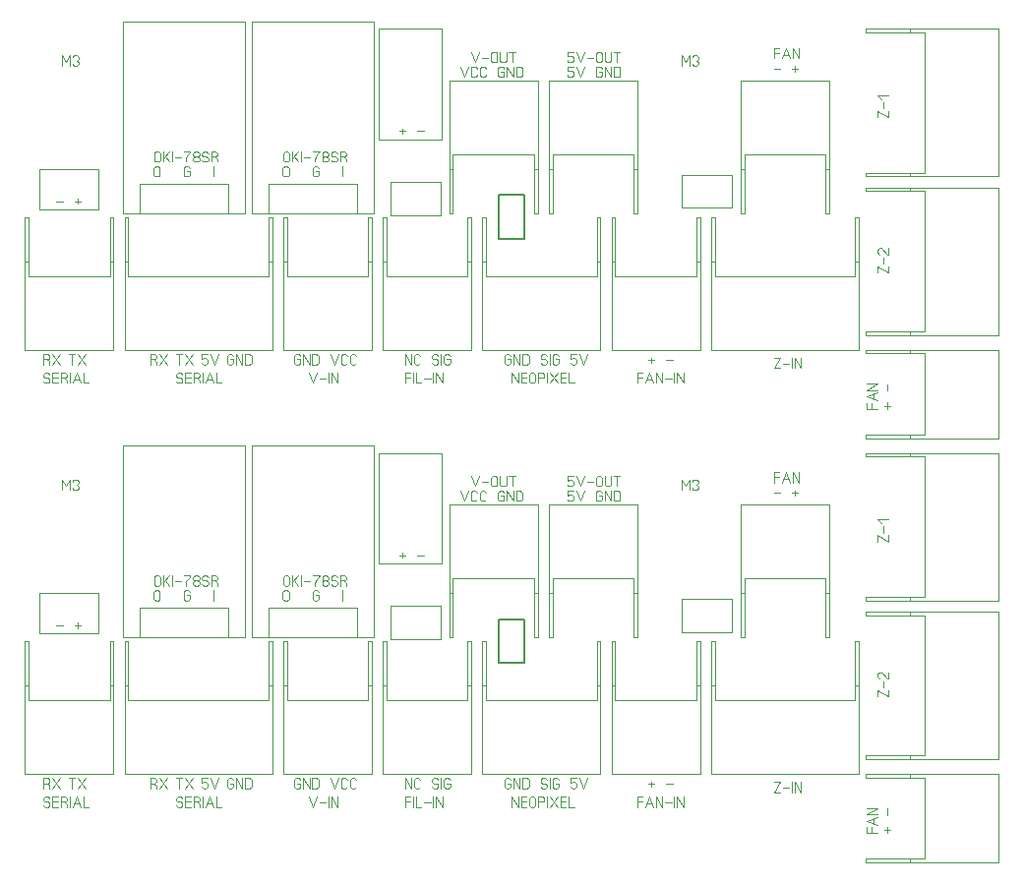
<source format=gbr>
%FSLAX34Y34*%
%MOMM*%
%LNCOPPER_BOTTOM*%
G71*
G01*
%ADD10C, 0.10*%
%ADD11C, 0.11*%
%ADD12C, 0.15*%
%LPD*%
G54D10*
X787400Y981075D02*
X781050Y981075D01*
X781050Y984250D01*
X857250Y984250D01*
X857250Y857250D01*
X781050Y857250D01*
X781050Y860425D01*
X787400Y860425D01*
G54D10*
X787400Y981075D02*
X793750Y981075D01*
X793750Y860425D01*
X787400Y860425D01*
G54D10*
X781050Y984250D02*
X742950Y984250D01*
X742950Y981075D01*
X781050Y981075D01*
G54D10*
X781050Y860425D02*
X742950Y860425D01*
X742950Y857250D01*
X781050Y857250D01*
G54D10*
X787400Y844550D02*
X781050Y844550D01*
X781050Y847725D01*
X857250Y847725D01*
X857250Y720725D01*
X781050Y720725D01*
X781050Y723900D01*
X787400Y723900D01*
G54D10*
X787400Y844550D02*
X793750Y844550D01*
X793750Y723900D01*
X787400Y723900D01*
G54D10*
X781050Y847725D02*
X742950Y847725D01*
X742950Y844550D01*
X781050Y844550D01*
G54D10*
X781050Y723900D02*
X742950Y723900D01*
X742950Y720725D01*
X781050Y720725D01*
G54D10*
X787400Y704850D02*
X781050Y704850D01*
X781050Y708025D01*
X857250Y708025D01*
X857250Y631825D01*
X781050Y631825D01*
X781050Y635000D01*
X787400Y635000D01*
G54D10*
X787400Y704850D02*
X793750Y704850D01*
X793750Y635000D01*
X787400Y635000D01*
G54D10*
X781050Y708025D02*
X742950Y708025D01*
X742950Y704850D01*
X781050Y704850D01*
G54D10*
X781050Y635000D02*
X742950Y635000D01*
X742950Y631825D01*
X781050Y631825D01*
G54D10*
X733425Y777875D02*
X733425Y784225D01*
X736600Y784225D01*
X736600Y708025D01*
X609600Y708025D01*
X609600Y784225D01*
X612775Y784225D01*
X612775Y777875D01*
G54D10*
X733425Y777875D02*
X733425Y771525D01*
X612775Y771525D01*
X612775Y777875D01*
G54D10*
X736600Y784225D02*
X736600Y822325D01*
X733425Y822325D01*
X733425Y784225D01*
G54D10*
X612775Y784225D02*
X612775Y822325D01*
X609600Y822325D01*
X609600Y784225D01*
G54D10*
X596900Y777875D02*
X596900Y784225D01*
X600075Y784225D01*
X600075Y708025D01*
X523875Y708025D01*
X523875Y784225D01*
X527050Y784225D01*
X527050Y777875D01*
G54D10*
X596900Y777875D02*
X596900Y771525D01*
X527050Y771525D01*
X527050Y777875D01*
G54D10*
X600075Y784225D02*
X600075Y822325D01*
X596900Y822325D01*
X596900Y784225D01*
G54D10*
X527050Y784225D02*
X527050Y822325D01*
X523875Y822325D01*
X523875Y784225D01*
G54D10*
X400050Y777875D02*
X400050Y784225D01*
X403225Y784225D01*
X403225Y708025D01*
X327025Y708025D01*
X327025Y784225D01*
X330200Y784225D01*
X330200Y777875D01*
G54D10*
X400050Y777875D02*
X400050Y771525D01*
X330200Y771525D01*
X330200Y777875D01*
G54D10*
X403225Y784225D02*
X403225Y822325D01*
X400050Y822325D01*
X400050Y784225D01*
G54D10*
X330200Y784225D02*
X330200Y822325D01*
X327025Y822325D01*
X327025Y784225D01*
G54D10*
X638175Y869950D02*
X638175Y863600D01*
X635000Y863600D01*
X635000Y939800D01*
X711200Y939800D01*
X711200Y863600D01*
X708025Y863600D01*
X708025Y869950D01*
G54D10*
X638175Y869950D02*
X638175Y876300D01*
X708025Y876300D01*
X708025Y869950D01*
G54D10*
X635000Y863600D02*
X635000Y825500D01*
X638175Y825500D01*
X638175Y863600D01*
G54D10*
X708025Y863600D02*
X708025Y825500D01*
X711200Y825500D01*
X711200Y863600D01*
G54D10*
X511175Y777875D02*
X511175Y784225D01*
X514350Y784225D01*
X514350Y708025D01*
X412750Y708025D01*
X412750Y784225D01*
X415925Y784225D01*
X415925Y777875D01*
G54D10*
X511175Y777875D02*
X511175Y771525D01*
X415925Y771525D01*
X415925Y777875D01*
G54D10*
X514350Y784225D02*
X514350Y822325D01*
X511175Y822325D01*
X511175Y784225D01*
G54D10*
X415925Y784225D02*
X415925Y822325D01*
X412750Y822325D01*
X412750Y784225D01*
G54D10*
X103188Y825500D02*
X207962Y825500D01*
X207963Y990600D01*
X103188Y990600D01*
X103188Y825500D01*
G54D10*
X117475Y825500D02*
X117475Y850900D01*
X193675Y850900D01*
X193675Y825500D01*
G54D11*
X135508Y877172D02*
X135508Y871616D01*
X134842Y870505D01*
X133508Y869950D01*
X132175Y869950D01*
X130842Y870505D01*
X130175Y871616D01*
X130175Y877172D01*
X130842Y878283D01*
X132175Y878839D01*
X133508Y878839D01*
X134842Y878283D01*
X135508Y877172D01*
G54D11*
X137952Y869950D02*
X137952Y878839D01*
G54D11*
X137952Y872727D02*
X143285Y878839D01*
G54D11*
X139952Y874394D02*
X143285Y869950D01*
G54D11*
X145729Y869950D02*
X145729Y878839D01*
G54D11*
X148173Y873839D02*
X153506Y873839D01*
G54D11*
X155950Y878839D02*
X161284Y878839D01*
X160617Y877728D01*
X159283Y876061D01*
X157950Y873839D01*
X157283Y872172D01*
X157283Y869950D01*
G54D11*
X167060Y874394D02*
X165727Y874394D01*
X164394Y874950D01*
X163727Y876061D01*
X163727Y877172D01*
X164394Y878283D01*
X165727Y878839D01*
X167060Y878839D01*
X168394Y878283D01*
X169060Y877172D01*
X169060Y876061D01*
X168394Y874950D01*
X167060Y874394D01*
X168394Y873839D01*
X169060Y872728D01*
X169060Y871616D01*
X168394Y870505D01*
X167060Y869950D01*
X165727Y869950D01*
X164394Y870505D01*
X163727Y871616D01*
X163727Y872728D01*
X164394Y873839D01*
X165727Y874394D01*
G54D11*
X171504Y871616D02*
X172171Y870505D01*
X173504Y869950D01*
X174837Y869950D01*
X176171Y870505D01*
X176837Y871616D01*
X176837Y872727D01*
X176171Y873839D01*
X174837Y874394D01*
X173504Y874394D01*
X172171Y874950D01*
X171504Y876061D01*
X171504Y877172D01*
X172171Y878283D01*
X173504Y878839D01*
X174838Y878839D01*
X176171Y878283D01*
X176837Y877172D01*
G54D11*
X181948Y874394D02*
X183948Y873283D01*
X184614Y872172D01*
X184614Y869950D01*
G54D11*
X179281Y869950D02*
X179281Y878839D01*
X182614Y878839D01*
X183948Y878283D01*
X184614Y877172D01*
X184614Y876061D01*
X183948Y874950D01*
X182614Y874394D01*
X179281Y874394D01*
G54D11*
X135112Y864472D02*
X135112Y858916D01*
X134445Y857805D01*
X133112Y857250D01*
X131778Y857250D01*
X130445Y857805D01*
X129778Y858916D01*
X129778Y864472D01*
X130445Y865583D01*
X131778Y866139D01*
X133112Y866139D01*
X134445Y865583D01*
X135112Y864472D01*
G54D11*
X158242Y861694D02*
X160908Y861694D01*
X160908Y858916D01*
X160242Y857805D01*
X158908Y857250D01*
X157575Y857250D01*
X156242Y857805D01*
X155575Y858916D01*
X155575Y864472D01*
X156242Y865583D01*
X157575Y866139D01*
X158908Y866139D01*
X160242Y865583D01*
X160908Y864472D01*
G54D11*
X180975Y857250D02*
X180975Y866139D01*
G54D10*
X473075Y869950D02*
X473075Y863600D01*
X469900Y863600D01*
X469900Y939800D01*
X546100Y939800D01*
X546100Y863600D01*
X542925Y863600D01*
X542925Y869950D01*
G54D10*
X473075Y869950D02*
X473075Y876300D01*
X542925Y876300D01*
X542925Y869950D01*
G54D10*
X469900Y863600D02*
X469900Y825500D01*
X473075Y825500D01*
X473075Y863600D01*
G54D10*
X542925Y863600D02*
X542925Y825500D01*
X546100Y825500D01*
X546100Y863600D01*
G54D10*
X214313Y825500D02*
X319088Y825500D01*
X319088Y990600D01*
X214312Y990600D01*
X214313Y825500D01*
G54D10*
X228600Y825500D02*
X228600Y850900D01*
X304800Y850900D01*
X304800Y825500D01*
G54D11*
X246633Y877172D02*
X246633Y871616D01*
X245967Y870505D01*
X244633Y869950D01*
X243300Y869950D01*
X241967Y870505D01*
X241300Y871616D01*
X241300Y877172D01*
X241967Y878283D01*
X243300Y878839D01*
X244633Y878839D01*
X245967Y878283D01*
X246633Y877172D01*
G54D11*
X249077Y869950D02*
X249077Y878839D01*
G54D11*
X249077Y872727D02*
X254410Y878839D01*
G54D11*
X251077Y874394D02*
X254410Y869950D01*
G54D11*
X256854Y869950D02*
X256854Y878839D01*
G54D11*
X259298Y873839D02*
X264631Y873839D01*
G54D11*
X267075Y878839D02*
X272408Y878839D01*
X271742Y877728D01*
X270408Y876061D01*
X269075Y873839D01*
X268408Y872172D01*
X268408Y869950D01*
G54D11*
X278185Y874394D02*
X276852Y874394D01*
X275519Y874950D01*
X274852Y876061D01*
X274852Y877172D01*
X275519Y878283D01*
X276852Y878839D01*
X278185Y878839D01*
X279519Y878283D01*
X280185Y877172D01*
X280185Y876061D01*
X279519Y874950D01*
X278185Y874394D01*
X279519Y873839D01*
X280185Y872728D01*
X280185Y871616D01*
X279519Y870505D01*
X278186Y869950D01*
X276852Y869950D01*
X275519Y870505D01*
X274852Y871616D01*
X274852Y872728D01*
X275519Y873839D01*
X276852Y874394D01*
G54D11*
X282629Y871616D02*
X283296Y870505D01*
X284629Y869950D01*
X285962Y869950D01*
X287296Y870505D01*
X287962Y871616D01*
X287962Y872727D01*
X287296Y873839D01*
X285962Y874394D01*
X284629Y874394D01*
X283296Y874950D01*
X282629Y876061D01*
X282629Y877172D01*
X283296Y878283D01*
X284629Y878839D01*
X285962Y878839D01*
X287296Y878283D01*
X287962Y877172D01*
G54D11*
X293073Y874394D02*
X295073Y873283D01*
X295739Y872172D01*
X295739Y869950D01*
G54D11*
X290406Y869950D02*
X290406Y878839D01*
X293739Y878839D01*
X295073Y878283D01*
X295739Y877172D01*
X295739Y876061D01*
X295073Y874950D01*
X293739Y874394D01*
X290406Y874394D01*
G54D11*
X246237Y864472D02*
X246237Y858916D01*
X245570Y857805D01*
X244237Y857250D01*
X242903Y857250D01*
X241570Y857805D01*
X240903Y858916D01*
X240903Y864472D01*
X241570Y865583D01*
X242903Y866139D01*
X244237Y866139D01*
X245570Y865583D01*
X246237Y864472D01*
G54D11*
X269367Y861694D02*
X272033Y861694D01*
X272033Y858916D01*
X271367Y857805D01*
X270033Y857250D01*
X268700Y857250D01*
X267367Y857805D01*
X266700Y858916D01*
X266700Y864472D01*
X267367Y865583D01*
X268700Y866139D01*
X270033Y866139D01*
X271367Y865583D01*
X272033Y864472D01*
G54D11*
X292100Y857250D02*
X292100Y866139D01*
G54D11*
X753111Y908050D02*
X753111Y913383D01*
X762000Y908050D01*
X762000Y913383D01*
G54D11*
X758111Y915827D02*
X758111Y921160D01*
G54D11*
X756444Y923604D02*
X753111Y926937D01*
X762000Y926937D01*
G54D11*
X753111Y774700D02*
X753111Y780033D01*
X762000Y774700D01*
X762000Y780033D01*
G54D11*
X758111Y782477D02*
X758111Y787810D01*
G54D11*
X762000Y795587D02*
X762000Y790254D01*
X761445Y790254D01*
X760333Y790921D01*
X757000Y794921D01*
X755889Y795587D01*
X754778Y795587D01*
X753667Y794921D01*
X753111Y793587D01*
X753111Y792254D01*
X753667Y790921D01*
X754778Y790254D01*
G54D11*
X663575Y701039D02*
X668908Y701039D01*
X663575Y692150D01*
X668908Y692150D01*
G54D11*
X671352Y696039D02*
X676685Y696039D01*
G54D11*
X679129Y692150D02*
X679129Y701039D01*
G54D11*
X681573Y692150D02*
X681573Y701039D01*
X686906Y692150D01*
X686906Y701039D01*
G54D11*
X752475Y657225D02*
X743586Y657225D01*
X743586Y661892D01*
G54D11*
X748031Y657225D02*
X748031Y661892D01*
G54D11*
X752475Y664336D02*
X743586Y667669D01*
X752475Y671003D01*
G54D11*
X749142Y665669D02*
X749142Y669669D01*
G54D11*
X752475Y673447D02*
X743586Y673447D01*
X752475Y678780D01*
X743586Y678780D01*
G54D11*
X663575Y958850D02*
X663575Y967739D01*
X668242Y967739D01*
G54D11*
X663575Y963294D02*
X668242Y963294D01*
G54D11*
X670686Y958850D02*
X674019Y967739D01*
X677353Y958850D01*
G54D11*
X672019Y962183D02*
X676019Y962183D01*
G54D11*
X679797Y958850D02*
X679797Y967739D01*
X685130Y958850D01*
X685130Y967739D01*
G54D11*
X555625Y699214D02*
X560958Y699214D01*
G54D11*
X558292Y701436D02*
X558292Y696992D01*
G54D11*
X571133Y699214D02*
X576466Y699214D01*
G54D11*
X434467Y699769D02*
X437133Y699769D01*
X437133Y696992D01*
X436467Y695881D01*
X435133Y695325D01*
X433800Y695325D01*
X432467Y695881D01*
X431800Y696992D01*
X431800Y702547D01*
X432467Y703658D01*
X433800Y704214D01*
X435133Y704214D01*
X436467Y703658D01*
X437133Y702547D01*
G54D11*
X439577Y695325D02*
X439577Y704214D01*
X444910Y695325D01*
X444910Y704214D01*
G54D11*
X447354Y695325D02*
X447354Y704214D01*
X450687Y704214D01*
X452021Y703658D01*
X452687Y702547D01*
X452687Y696992D01*
X452021Y695881D01*
X450687Y695325D01*
X447354Y695325D01*
G54D11*
X462862Y696992D02*
X463529Y695881D01*
X464862Y695325D01*
X466195Y695325D01*
X467529Y695881D01*
X468195Y696992D01*
X468195Y698103D01*
X467529Y699214D01*
X466195Y699769D01*
X464862Y699769D01*
X463529Y700325D01*
X462862Y701436D01*
X462862Y702547D01*
X463529Y703658D01*
X464862Y704214D01*
X466195Y704214D01*
X467529Y703658D01*
X468195Y702547D01*
G54D11*
X470639Y695325D02*
X470639Y704214D01*
G54D11*
X475750Y699769D02*
X478416Y699769D01*
X478416Y696992D01*
X477750Y695881D01*
X476416Y695325D01*
X475083Y695325D01*
X473750Y695881D01*
X473083Y696992D01*
X473083Y702547D01*
X473750Y703658D01*
X475083Y704214D01*
X476416Y704214D01*
X477750Y703658D01*
X478416Y702547D01*
G54D11*
X493924Y704214D02*
X488591Y704214D01*
X488591Y700325D01*
X489258Y700325D01*
X490591Y700881D01*
X491924Y700881D01*
X493258Y700325D01*
X493924Y699214D01*
X493924Y696992D01*
X493258Y695881D01*
X491924Y695325D01*
X490591Y695325D01*
X489258Y695881D01*
X488591Y696992D01*
G54D11*
X496368Y704214D02*
X499701Y695325D01*
X503035Y704214D01*
G54D11*
X491108Y951864D02*
X485775Y951864D01*
X485775Y947975D01*
X486442Y947975D01*
X487775Y948531D01*
X489108Y948531D01*
X490442Y947975D01*
X491108Y946864D01*
X491108Y944642D01*
X490442Y943531D01*
X489108Y942975D01*
X487775Y942975D01*
X486442Y943531D01*
X485775Y944642D01*
G54D11*
X493552Y951864D02*
X496885Y942975D01*
X500219Y951864D01*
G54D11*
X513061Y947419D02*
X515727Y947419D01*
X515727Y944642D01*
X515061Y943531D01*
X513727Y942975D01*
X512394Y942975D01*
X511061Y943531D01*
X510394Y944642D01*
X510394Y950197D01*
X511061Y951308D01*
X512394Y951864D01*
X513727Y951864D01*
X515061Y951308D01*
X515727Y950197D01*
G54D11*
X518171Y942975D02*
X518171Y951864D01*
X523504Y942975D01*
X523504Y951864D01*
G54D11*
X525948Y942975D02*
X525948Y951864D01*
X529281Y951864D01*
X530615Y951308D01*
X531281Y950197D01*
X531281Y944642D01*
X530615Y943531D01*
X529281Y942975D01*
X525948Y942975D01*
G54D11*
X346075Y695325D02*
X346075Y704214D01*
X351408Y695325D01*
X351408Y704214D01*
G54D11*
X359185Y696992D02*
X358519Y695881D01*
X357185Y695325D01*
X355852Y695325D01*
X354519Y695881D01*
X353852Y696992D01*
X353852Y702547D01*
X354519Y703658D01*
X355852Y704214D01*
X357185Y704214D01*
X358519Y703658D01*
X359185Y702547D01*
G54D11*
X369360Y696992D02*
X370027Y695881D01*
X371360Y695325D01*
X372693Y695325D01*
X374027Y695881D01*
X374693Y696992D01*
X374693Y698103D01*
X374027Y699214D01*
X372693Y699769D01*
X371360Y699769D01*
X370027Y700325D01*
X369360Y701436D01*
X369360Y702547D01*
X370027Y703658D01*
X371360Y704214D01*
X372693Y704214D01*
X374027Y703658D01*
X374693Y702547D01*
G54D11*
X377137Y695325D02*
X377137Y704214D01*
G54D11*
X382248Y699769D02*
X384914Y699769D01*
X384914Y696992D01*
X384248Y695881D01*
X382914Y695325D01*
X381581Y695325D01*
X380248Y695881D01*
X379581Y696992D01*
X379581Y702547D01*
X380248Y703658D01*
X381581Y704214D01*
X382914Y704214D01*
X384248Y703658D01*
X384914Y702547D01*
G54D11*
X253492Y699769D02*
X256158Y699769D01*
X256158Y696992D01*
X255492Y695881D01*
X254158Y695325D01*
X252825Y695325D01*
X251492Y695881D01*
X250825Y696992D01*
X250825Y702547D01*
X251492Y703658D01*
X252825Y704214D01*
X254158Y704214D01*
X255492Y703658D01*
X256158Y702547D01*
G54D11*
X258602Y695325D02*
X258602Y704214D01*
X263935Y695325D01*
X263935Y704214D01*
G54D11*
X266379Y695325D02*
X266379Y704214D01*
X269712Y704214D01*
X271046Y703658D01*
X271712Y702547D01*
X271712Y696992D01*
X271046Y695881D01*
X269712Y695325D01*
X266379Y695325D01*
G54D11*
X281887Y704214D02*
X285220Y695325D01*
X288554Y704214D01*
G54D11*
X296331Y696992D02*
X295665Y695881D01*
X294331Y695325D01*
X292998Y695325D01*
X291665Y695881D01*
X290998Y696992D01*
X290998Y702547D01*
X291665Y703658D01*
X292998Y704214D01*
X294331Y704214D01*
X295665Y703658D01*
X296331Y702547D01*
G54D11*
X304108Y696992D02*
X303442Y695881D01*
X302108Y695325D01*
X300775Y695325D01*
X299442Y695881D01*
X298775Y696992D01*
X298775Y702547D01*
X299442Y703658D01*
X300775Y704214D01*
X302108Y704214D01*
X303442Y703658D01*
X304108Y702547D01*
G54D11*
X129667Y699769D02*
X131667Y698658D01*
X132333Y697547D01*
X132333Y695325D01*
G54D11*
X127000Y695325D02*
X127000Y704214D01*
X130333Y704214D01*
X131667Y703658D01*
X132333Y702547D01*
X132333Y701436D01*
X131667Y700325D01*
X130333Y699769D01*
X127000Y699769D01*
G54D11*
X134777Y704214D02*
X141444Y695325D01*
G54D11*
X134777Y695325D02*
X141444Y704214D01*
G54D11*
X151709Y695325D02*
X151709Y704214D01*
G54D11*
X149042Y704214D02*
X154375Y704214D01*
G54D11*
X156819Y704214D02*
X163486Y695325D01*
G54D11*
X156819Y695325D02*
X163486Y704214D01*
G54D11*
X176417Y704214D02*
X171084Y704214D01*
X171084Y700325D01*
X171751Y700325D01*
X173084Y700881D01*
X174417Y700881D01*
X175751Y700325D01*
X176417Y699214D01*
X176417Y696992D01*
X175751Y695881D01*
X174417Y695325D01*
X173084Y695325D01*
X171751Y695881D01*
X171084Y696992D01*
G54D11*
X178861Y704214D02*
X182194Y695325D01*
X185528Y704214D01*
G54D11*
X195793Y699769D02*
X198459Y699769D01*
X198459Y696992D01*
X197793Y695881D01*
X196459Y695325D01*
X195126Y695325D01*
X193793Y695881D01*
X193126Y696992D01*
X193126Y702547D01*
X193793Y703658D01*
X195126Y704214D01*
X196459Y704214D01*
X197793Y703658D01*
X198459Y702547D01*
G54D11*
X200903Y695325D02*
X200903Y704214D01*
X206236Y695325D01*
X206236Y704214D01*
G54D11*
X208680Y695325D02*
X208680Y704214D01*
X212013Y704214D01*
X213347Y703658D01*
X214013Y702547D01*
X214013Y696992D01*
X213347Y695881D01*
X212013Y695325D01*
X208680Y695325D01*
G54D10*
X228600Y777875D02*
X228600Y784225D01*
X231775Y784225D01*
X231775Y708025D01*
X104775Y708025D01*
X104775Y784225D01*
X107950Y784225D01*
X107950Y777875D01*
G54D10*
X228600Y777875D02*
X228600Y771525D01*
X107950Y771525D01*
X107950Y777875D01*
G54D10*
X231775Y784225D02*
X231775Y822325D01*
X228600Y822325D01*
X228600Y784225D01*
G54D10*
X107950Y784225D02*
X107950Y822325D01*
X104775Y822325D01*
X104775Y784225D01*
G54D10*
X314325Y777875D02*
X314325Y784225D01*
X317500Y784225D01*
X317500Y708025D01*
X241300Y708025D01*
X241300Y784225D01*
X244475Y784225D01*
X244475Y777875D01*
G54D10*
X314325Y777875D02*
X314325Y771525D01*
X244475Y771525D01*
X244475Y777875D01*
G54D10*
X317500Y784225D02*
X317500Y822325D01*
X314325Y822325D01*
X314325Y784225D01*
G54D10*
X244475Y784225D02*
X244475Y822325D01*
X241300Y822325D01*
X241300Y784225D01*
G54D10*
X92075Y777875D02*
X92075Y784225D01*
X95250Y784225D01*
X95250Y708025D01*
X19050Y708025D01*
X19050Y784225D01*
X22225Y784225D01*
X22225Y777875D01*
G54D10*
X92075Y777875D02*
X92075Y771525D01*
X22225Y771525D01*
X22225Y777875D01*
G54D10*
X95250Y784225D02*
X95250Y822325D01*
X92075Y822325D01*
X92075Y784225D01*
G54D10*
X22225Y784225D02*
X22225Y822325D01*
X19050Y822325D01*
X19050Y784225D01*
G54D10*
X584200Y858838D02*
X627459Y858838D01*
X627459Y830262D01*
X584200Y830262D01*
X584200Y858838D01*
G54D10*
X387350Y869950D02*
X387350Y863600D01*
X384175Y863600D01*
X384175Y939800D01*
X460375Y939800D01*
X460375Y863600D01*
X457200Y863600D01*
X457200Y869950D01*
G54D10*
X387350Y869950D02*
X387350Y876300D01*
X457200Y876300D01*
X457200Y869950D01*
G54D10*
X384175Y863600D02*
X384175Y825500D01*
X387350Y825500D01*
X387350Y863600D01*
G54D10*
X457200Y863600D02*
X457200Y825500D01*
X460375Y825500D01*
X460375Y863600D01*
G54D11*
X393700Y951864D02*
X397033Y942975D01*
X400367Y951864D01*
G54D11*
X408144Y944642D02*
X407478Y943531D01*
X406144Y942975D01*
X404811Y942975D01*
X403478Y943531D01*
X402811Y944642D01*
X402811Y950197D01*
X403478Y951308D01*
X404811Y951864D01*
X406144Y951864D01*
X407478Y951308D01*
X408144Y950197D01*
G54D11*
X415921Y944642D02*
X415255Y943531D01*
X413921Y942975D01*
X412588Y942975D01*
X411255Y943531D01*
X410588Y944642D01*
X410588Y950197D01*
X411255Y951308D01*
X412588Y951864D01*
X413921Y951864D01*
X415255Y951308D01*
X415921Y950197D01*
G54D11*
X428763Y947419D02*
X431429Y947419D01*
X431429Y944642D01*
X430763Y943531D01*
X429429Y942975D01*
X428096Y942975D01*
X426763Y943531D01*
X426096Y944642D01*
X426096Y950197D01*
X426763Y951308D01*
X428096Y951864D01*
X429429Y951864D01*
X430763Y951308D01*
X431429Y950197D01*
G54D11*
X433873Y942975D02*
X433873Y951864D01*
X439206Y942975D01*
X439206Y951864D01*
G54D11*
X441650Y942975D02*
X441650Y951864D01*
X444983Y951864D01*
X446317Y951308D01*
X446983Y950197D01*
X446983Y944642D01*
X446317Y943531D01*
X444983Y942975D01*
X441650Y942975D01*
G54D11*
X37592Y699769D02*
X39592Y698658D01*
X40258Y697547D01*
X40258Y695325D01*
G54D11*
X34925Y695325D02*
X34925Y704214D01*
X38258Y704214D01*
X39592Y703658D01*
X40258Y702547D01*
X40258Y701436D01*
X39592Y700325D01*
X38258Y699769D01*
X34925Y699769D01*
G54D11*
X42702Y704214D02*
X49369Y695325D01*
G54D11*
X42702Y695325D02*
X49369Y704214D01*
G54D11*
X59634Y695325D02*
X59634Y704214D01*
G54D11*
X56967Y704214D02*
X62300Y704214D01*
G54D11*
X64744Y704214D02*
X71411Y695325D01*
G54D11*
X64744Y695325D02*
X71411Y704214D01*
G54D12*
X427150Y841350D02*
X449150Y841350D01*
X449150Y803350D01*
X427150Y803350D01*
X427150Y841350D01*
G54D10*
X333375Y852488D02*
X376634Y852488D01*
X376634Y823912D01*
X333375Y823912D01*
X333375Y852488D01*
G54D10*
X323850Y889000D02*
X377825Y889000D01*
X377825Y984250D01*
X323850Y984250D01*
X323850Y889000D01*
G54D11*
X34925Y681117D02*
X35592Y680006D01*
X36925Y679450D01*
X38258Y679450D01*
X39592Y680006D01*
X40258Y681117D01*
X40258Y682228D01*
X39592Y683339D01*
X38258Y683894D01*
X36925Y683894D01*
X35592Y684450D01*
X34925Y685561D01*
X34925Y686672D01*
X35592Y687783D01*
X36925Y688339D01*
X38258Y688339D01*
X39592Y687783D01*
X40258Y686672D01*
G54D11*
X47369Y679450D02*
X42702Y679450D01*
X42702Y688339D01*
X47369Y688339D01*
G54D11*
X42702Y683894D02*
X47369Y683894D01*
G54D11*
X52480Y683894D02*
X54480Y682783D01*
X55146Y681672D01*
X55146Y679450D01*
G54D11*
X49813Y679450D02*
X49813Y688339D01*
X53146Y688339D01*
X54480Y687783D01*
X55146Y686672D01*
X55146Y685561D01*
X54480Y684450D01*
X53146Y683894D01*
X49813Y683894D01*
G54D11*
X57590Y679450D02*
X57590Y688339D01*
G54D11*
X60034Y679450D02*
X63367Y688339D01*
X66701Y679450D01*
G54D11*
X61367Y682783D02*
X65367Y682783D01*
G54D11*
X69145Y688339D02*
X69145Y679450D01*
X73812Y679450D01*
G54D11*
X149225Y681117D02*
X149892Y680006D01*
X151225Y679450D01*
X152558Y679450D01*
X153892Y680006D01*
X154558Y681117D01*
X154558Y682228D01*
X153892Y683339D01*
X152558Y683894D01*
X151225Y683894D01*
X149892Y684450D01*
X149225Y685561D01*
X149225Y686672D01*
X149892Y687783D01*
X151225Y688339D01*
X152558Y688339D01*
X153892Y687783D01*
X154558Y686672D01*
G54D11*
X161669Y679450D02*
X157002Y679450D01*
X157002Y688339D01*
X161669Y688339D01*
G54D11*
X157002Y683894D02*
X161669Y683894D01*
G54D11*
X166780Y683894D02*
X168780Y682783D01*
X169446Y681672D01*
X169446Y679450D01*
G54D11*
X164113Y679450D02*
X164113Y688339D01*
X167446Y688339D01*
X168780Y687783D01*
X169446Y686672D01*
X169446Y685561D01*
X168780Y684450D01*
X167446Y683894D01*
X164113Y683894D01*
G54D11*
X171890Y679450D02*
X171890Y688339D01*
G54D11*
X174334Y679450D02*
X177667Y688339D01*
X181001Y679450D01*
G54D11*
X175667Y682783D02*
X179667Y682783D01*
G54D11*
X183445Y688339D02*
X183445Y679450D01*
X188112Y679450D01*
G54D11*
X263525Y688339D02*
X266858Y679450D01*
X270192Y688339D01*
G54D11*
X272636Y683339D02*
X277969Y683339D01*
G54D11*
X280413Y679450D02*
X280413Y688339D01*
G54D11*
X282857Y679450D02*
X282857Y688339D01*
X288190Y679450D01*
X288190Y688339D01*
G54D11*
X346075Y679450D02*
X346075Y688339D01*
X350742Y688339D01*
G54D11*
X346075Y683894D02*
X350742Y683894D01*
G54D11*
X353186Y679450D02*
X353186Y688339D01*
G54D11*
X355630Y688339D02*
X355630Y679450D01*
X360297Y679450D01*
G54D11*
X362741Y683339D02*
X368074Y683339D01*
G54D11*
X370518Y679450D02*
X370518Y688339D01*
G54D11*
X372962Y679450D02*
X372962Y688339D01*
X378295Y679450D01*
X378295Y688339D01*
G54D11*
X438150Y679450D02*
X438150Y688339D01*
X443483Y679450D01*
X443483Y688339D01*
G54D11*
X450594Y679450D02*
X445927Y679450D01*
X445927Y688339D01*
X450594Y688339D01*
G54D11*
X445927Y683894D02*
X450594Y683894D01*
G54D11*
X458371Y686672D02*
X458371Y681117D01*
X457705Y680006D01*
X456371Y679450D01*
X455038Y679450D01*
X453705Y680006D01*
X453038Y681117D01*
X453038Y686672D01*
X453705Y687783D01*
X455038Y688339D01*
X456371Y688339D01*
X457705Y687783D01*
X458371Y686672D01*
G54D11*
X460815Y679450D02*
X460815Y688339D01*
X464148Y688339D01*
X465482Y687783D01*
X466148Y686672D01*
X466148Y685561D01*
X465482Y684450D01*
X464148Y683894D01*
X460815Y683894D01*
G54D11*
X468592Y679450D02*
X468592Y688339D01*
G54D11*
X471036Y688339D02*
X477703Y679450D01*
G54D11*
X471036Y679450D02*
X477703Y688339D01*
G54D11*
X484814Y679450D02*
X480147Y679450D01*
X480147Y688339D01*
X484814Y688339D01*
G54D11*
X480147Y683894D02*
X484814Y683894D01*
G54D11*
X487258Y688339D02*
X487258Y679450D01*
X491925Y679450D01*
G54D11*
X546100Y679450D02*
X546100Y688339D01*
X550767Y688339D01*
G54D11*
X546100Y683894D02*
X550767Y683894D01*
G54D11*
X553211Y679450D02*
X556544Y688339D01*
X559878Y679450D01*
G54D11*
X554544Y682783D02*
X558544Y682783D01*
G54D11*
X562322Y679450D02*
X562322Y688339D01*
X567655Y679450D01*
X567655Y688339D01*
G54D11*
X570099Y683339D02*
X575432Y683339D01*
G54D11*
X577876Y679450D02*
X577876Y688339D01*
G54D11*
X580320Y679450D02*
X580320Y688339D01*
X585653Y679450D01*
X585653Y688339D01*
G54D11*
X761286Y657225D02*
X761286Y662558D01*
G54D11*
X759064Y659892D02*
X763508Y659892D01*
G54D11*
X761286Y672733D02*
X761286Y678066D01*
G54D11*
X663575Y950039D02*
X668908Y950039D01*
G54D11*
X679083Y950039D02*
X684416Y950039D01*
G54D11*
X681750Y952261D02*
X681750Y947817D01*
G54D11*
X491108Y964564D02*
X485775Y964564D01*
X485775Y960675D01*
X486442Y960675D01*
X487775Y961231D01*
X489108Y961231D01*
X490442Y960675D01*
X491108Y959564D01*
X491108Y957342D01*
X490442Y956231D01*
X489108Y955675D01*
X487775Y955675D01*
X486442Y956231D01*
X485775Y957342D01*
G54D11*
X493552Y964564D02*
X496885Y955675D01*
X500219Y964564D01*
G54D11*
X502663Y959564D02*
X507996Y959564D01*
G54D11*
X515773Y962897D02*
X515773Y957342D01*
X515107Y956231D01*
X513773Y955675D01*
X512440Y955675D01*
X511107Y956231D01*
X510440Y957342D01*
X510440Y962897D01*
X511107Y964008D01*
X512440Y964564D01*
X513773Y964564D01*
X515107Y964008D01*
X515773Y962897D01*
G54D11*
X518217Y964564D02*
X518217Y957342D01*
X518884Y956231D01*
X520217Y955675D01*
X521550Y955675D01*
X522884Y956231D01*
X523550Y957342D01*
X523550Y964564D01*
G54D11*
X528661Y955675D02*
X528661Y964564D01*
G54D11*
X525994Y964564D02*
X531327Y964564D01*
G54D11*
X403225Y964564D02*
X406558Y955675D01*
X409892Y964564D01*
G54D11*
X412336Y959564D02*
X417669Y959564D01*
G54D11*
X425446Y962897D02*
X425446Y957342D01*
X424780Y956231D01*
X423446Y955675D01*
X422113Y955675D01*
X420780Y956231D01*
X420113Y957342D01*
X420113Y962897D01*
X420780Y964008D01*
X422113Y964564D01*
X423446Y964564D01*
X424780Y964008D01*
X425446Y962897D01*
G54D11*
X427890Y964564D02*
X427890Y957342D01*
X428557Y956231D01*
X429890Y955675D01*
X431223Y955675D01*
X432557Y956231D01*
X433223Y957342D01*
X433223Y964564D01*
G54D11*
X438334Y955675D02*
X438334Y964564D01*
G54D11*
X435667Y964564D02*
X441000Y964564D01*
G54D10*
X31750Y828675D02*
X82550Y828675D01*
X82550Y863600D01*
X31750Y863600D01*
X31750Y828675D01*
G54D11*
X341291Y896246D02*
X346624Y896246D01*
G54D11*
X343957Y898468D02*
X343957Y894024D01*
G54D11*
X356799Y896246D02*
X362132Y896246D01*
G54D11*
X46016Y835921D02*
X51349Y835921D01*
G54D11*
X61524Y835921D02*
X66857Y835921D01*
G54D11*
X64190Y838143D02*
X64190Y833699D01*
G54D11*
X50800Y952500D02*
X50800Y961389D01*
X54133Y955833D01*
X57467Y961389D01*
X57467Y952500D01*
G54D11*
X59911Y959722D02*
X60578Y960833D01*
X61911Y961389D01*
X63244Y961389D01*
X64578Y960833D01*
X65244Y959722D01*
X65244Y958611D01*
X64578Y957500D01*
X63244Y956944D01*
X64578Y956389D01*
X65244Y955278D01*
X65244Y954167D01*
X64578Y953056D01*
X63244Y952500D01*
X61911Y952500D01*
X60578Y953056D01*
X59911Y954167D01*
G54D11*
X584200Y952500D02*
X584200Y961389D01*
X587533Y955833D01*
X590867Y961389D01*
X590867Y952500D01*
G54D11*
X593311Y959722D02*
X593978Y960833D01*
X595311Y961389D01*
X596644Y961389D01*
X597978Y960833D01*
X598644Y959722D01*
X598644Y958611D01*
X597978Y957500D01*
X596644Y956944D01*
X597978Y956389D01*
X598644Y955278D01*
X598644Y954167D01*
X597978Y953056D01*
X596644Y952500D01*
X595311Y952500D01*
X593978Y953056D01*
X593311Y954167D01*
G54D10*
X787400Y615950D02*
X781050Y615950D01*
X781050Y619125D01*
X857250Y619125D01*
X857250Y492125D01*
X781050Y492125D01*
X781050Y495300D01*
X787400Y495300D01*
G54D10*
X787400Y615950D02*
X793750Y615950D01*
X793750Y495300D01*
X787400Y495300D01*
G54D10*
X781050Y619125D02*
X742950Y619125D01*
X742950Y615950D01*
X781050Y615950D01*
G54D10*
X781050Y495300D02*
X742950Y495300D01*
X742950Y492125D01*
X781050Y492125D01*
G54D10*
X787400Y479425D02*
X781050Y479425D01*
X781050Y482600D01*
X857250Y482600D01*
X857250Y355600D01*
X781050Y355600D01*
X781050Y358775D01*
X787400Y358775D01*
G54D10*
X787400Y479425D02*
X793750Y479425D01*
X793750Y358775D01*
X787400Y358775D01*
G54D10*
X781050Y482600D02*
X742950Y482600D01*
X742950Y479425D01*
X781050Y479425D01*
G54D10*
X781050Y358775D02*
X742950Y358775D01*
X742950Y355600D01*
X781050Y355600D01*
G54D10*
X787400Y339725D02*
X781050Y339725D01*
X781050Y342900D01*
X857250Y342900D01*
X857250Y266700D01*
X781050Y266700D01*
X781050Y269875D01*
X787400Y269875D01*
G54D10*
X787400Y339725D02*
X793750Y339725D01*
X793750Y269875D01*
X787400Y269875D01*
G54D10*
X781050Y342900D02*
X742950Y342900D01*
X742950Y339725D01*
X781050Y339725D01*
G54D10*
X781050Y269875D02*
X742950Y269875D01*
X742950Y266700D01*
X781050Y266700D01*
G54D10*
X733425Y412750D02*
X733425Y419100D01*
X736600Y419100D01*
X736600Y342900D01*
X609600Y342900D01*
X609600Y419100D01*
X612775Y419100D01*
X612775Y412750D01*
G54D10*
X733425Y412750D02*
X733425Y406400D01*
X612775Y406400D01*
X612775Y412750D01*
G54D10*
X736600Y419100D02*
X736600Y457200D01*
X733425Y457200D01*
X733425Y419100D01*
G54D10*
X612775Y419100D02*
X612775Y457200D01*
X609600Y457200D01*
X609600Y419100D01*
G54D10*
X596900Y412750D02*
X596900Y419100D01*
X600075Y419100D01*
X600075Y342900D01*
X523875Y342900D01*
X523875Y419100D01*
X527050Y419100D01*
X527050Y412750D01*
G54D10*
X596900Y412750D02*
X596900Y406400D01*
X527050Y406400D01*
X527050Y412750D01*
G54D10*
X600075Y419100D02*
X600075Y457200D01*
X596900Y457200D01*
X596900Y419100D01*
G54D10*
X527050Y419100D02*
X527050Y457200D01*
X523875Y457200D01*
X523875Y419100D01*
G54D10*
X400050Y412750D02*
X400050Y419100D01*
X403225Y419100D01*
X403225Y342900D01*
X327025Y342900D01*
X327025Y419100D01*
X330200Y419100D01*
X330200Y412750D01*
G54D10*
X400050Y412750D02*
X400050Y406400D01*
X330200Y406400D01*
X330200Y412750D01*
G54D10*
X403225Y419100D02*
X403225Y457200D01*
X400050Y457200D01*
X400050Y419100D01*
G54D10*
X330200Y419100D02*
X330200Y457200D01*
X327025Y457200D01*
X327025Y419100D01*
G54D10*
X638175Y504825D02*
X638175Y498475D01*
X635000Y498475D01*
X635000Y574675D01*
X711200Y574675D01*
X711200Y498475D01*
X708025Y498475D01*
X708025Y504825D01*
G54D10*
X638175Y504825D02*
X638175Y511175D01*
X708025Y511175D01*
X708025Y504825D01*
G54D10*
X635000Y498475D02*
X635000Y460375D01*
X638175Y460375D01*
X638175Y498475D01*
G54D10*
X708025Y498475D02*
X708025Y460375D01*
X711200Y460375D01*
X711200Y498475D01*
G54D10*
X511175Y412750D02*
X511175Y419100D01*
X514350Y419100D01*
X514350Y342900D01*
X412750Y342900D01*
X412750Y419100D01*
X415925Y419100D01*
X415925Y412750D01*
G54D10*
X511175Y412750D02*
X511175Y406400D01*
X415925Y406400D01*
X415925Y412750D01*
G54D10*
X514350Y419100D02*
X514350Y457200D01*
X511175Y457200D01*
X511175Y419100D01*
G54D10*
X415925Y419100D02*
X415925Y457200D01*
X412750Y457200D01*
X412750Y419100D01*
G54D10*
X103188Y460375D02*
X207962Y460375D01*
X207963Y625475D01*
X103188Y625475D01*
X103188Y460375D01*
G54D10*
X117475Y460375D02*
X117475Y485775D01*
X193675Y485775D01*
X193675Y460375D01*
G54D11*
X135508Y512047D02*
X135508Y506491D01*
X134842Y505380D01*
X133508Y504825D01*
X132175Y504825D01*
X130842Y505380D01*
X130175Y506491D01*
X130175Y512047D01*
X130842Y513158D01*
X132175Y513714D01*
X133508Y513714D01*
X134842Y513158D01*
X135508Y512047D01*
G54D11*
X137952Y504825D02*
X137952Y513714D01*
G54D11*
X137952Y507602D02*
X143285Y513714D01*
G54D11*
X139952Y509269D02*
X143285Y504825D01*
G54D11*
X145729Y504825D02*
X145729Y513714D01*
G54D11*
X148173Y508714D02*
X153506Y508714D01*
G54D11*
X155950Y513714D02*
X161284Y513714D01*
X160617Y512603D01*
X159283Y510936D01*
X157950Y508714D01*
X157283Y507047D01*
X157283Y504825D01*
G54D11*
X167060Y509269D02*
X165727Y509269D01*
X164394Y509825D01*
X163727Y510936D01*
X163727Y512047D01*
X164394Y513158D01*
X165727Y513714D01*
X167060Y513714D01*
X168394Y513158D01*
X169060Y512047D01*
X169060Y510936D01*
X168394Y509825D01*
X167060Y509269D01*
X168394Y508714D01*
X169060Y507602D01*
X169060Y506491D01*
X168394Y505380D01*
X167060Y504825D01*
X165727Y504825D01*
X164394Y505380D01*
X163727Y506491D01*
X163727Y507602D01*
X164394Y508714D01*
X165727Y509269D01*
G54D11*
X171504Y506491D02*
X172171Y505380D01*
X173504Y504825D01*
X174837Y504825D01*
X176171Y505380D01*
X176837Y506491D01*
X176837Y507602D01*
X176171Y508714D01*
X174837Y509269D01*
X173504Y509269D01*
X172171Y509825D01*
X171504Y510936D01*
X171504Y512047D01*
X172171Y513158D01*
X173504Y513714D01*
X174838Y513714D01*
X176171Y513158D01*
X176837Y512047D01*
G54D11*
X181948Y509269D02*
X183948Y508158D01*
X184614Y507047D01*
X184614Y504825D01*
G54D11*
X179281Y504825D02*
X179281Y513714D01*
X182614Y513714D01*
X183948Y513158D01*
X184614Y512047D01*
X184614Y510936D01*
X183948Y509825D01*
X182614Y509269D01*
X179281Y509269D01*
G54D11*
X135112Y499347D02*
X135112Y493791D01*
X134445Y492680D01*
X133112Y492125D01*
X131778Y492125D01*
X130445Y492680D01*
X129778Y493791D01*
X129778Y499347D01*
X130445Y500458D01*
X131778Y501014D01*
X133112Y501014D01*
X134445Y500458D01*
X135112Y499347D01*
G54D11*
X158242Y496569D02*
X160908Y496569D01*
X160908Y493791D01*
X160242Y492680D01*
X158908Y492125D01*
X157575Y492125D01*
X156242Y492680D01*
X155575Y493791D01*
X155575Y499347D01*
X156242Y500458D01*
X157575Y501014D01*
X158908Y501014D01*
X160242Y500458D01*
X160908Y499347D01*
G54D11*
X180975Y492125D02*
X180975Y501014D01*
G54D10*
X473075Y504825D02*
X473075Y498475D01*
X469900Y498475D01*
X469900Y574675D01*
X546100Y574675D01*
X546100Y498475D01*
X542925Y498475D01*
X542925Y504825D01*
G54D10*
X473075Y504825D02*
X473075Y511175D01*
X542925Y511175D01*
X542925Y504825D01*
G54D10*
X469900Y498475D02*
X469900Y460375D01*
X473075Y460375D01*
X473075Y498475D01*
G54D10*
X542925Y498475D02*
X542925Y460375D01*
X546100Y460375D01*
X546100Y498475D01*
G54D10*
X214313Y460375D02*
X319088Y460375D01*
X319088Y625475D01*
X214312Y625475D01*
X214313Y460375D01*
G54D10*
X228600Y460375D02*
X228600Y485775D01*
X304800Y485775D01*
X304800Y460375D01*
G54D11*
X246633Y512047D02*
X246633Y506491D01*
X245967Y505380D01*
X244633Y504825D01*
X243300Y504825D01*
X241967Y505380D01*
X241300Y506491D01*
X241300Y512047D01*
X241967Y513158D01*
X243300Y513714D01*
X244633Y513714D01*
X245967Y513158D01*
X246633Y512047D01*
G54D11*
X249077Y504825D02*
X249077Y513714D01*
G54D11*
X249077Y507602D02*
X254410Y513714D01*
G54D11*
X251077Y509269D02*
X254410Y504825D01*
G54D11*
X256854Y504825D02*
X256854Y513714D01*
G54D11*
X259298Y508714D02*
X264631Y508714D01*
G54D11*
X267075Y513714D02*
X272408Y513714D01*
X271742Y512603D01*
X270408Y510936D01*
X269075Y508714D01*
X268408Y507047D01*
X268408Y504825D01*
G54D11*
X278185Y509269D02*
X276852Y509269D01*
X275519Y509825D01*
X274852Y510936D01*
X274852Y512047D01*
X275519Y513158D01*
X276852Y513714D01*
X278185Y513714D01*
X279519Y513158D01*
X280185Y512047D01*
X280185Y510936D01*
X279519Y509825D01*
X278185Y509269D01*
X279519Y508714D01*
X280185Y507603D01*
X280185Y506491D01*
X279519Y505380D01*
X278186Y504825D01*
X276852Y504825D01*
X275519Y505380D01*
X274852Y506491D01*
X274852Y507603D01*
X275519Y508714D01*
X276852Y509269D01*
G54D11*
X282629Y506491D02*
X283296Y505380D01*
X284629Y504825D01*
X285962Y504825D01*
X287296Y505380D01*
X287962Y506491D01*
X287962Y507602D01*
X287296Y508714D01*
X285962Y509269D01*
X284629Y509269D01*
X283296Y509825D01*
X282629Y510936D01*
X282629Y512047D01*
X283296Y513158D01*
X284629Y513714D01*
X285962Y513714D01*
X287296Y513158D01*
X287962Y512047D01*
G54D11*
X293073Y509269D02*
X295073Y508158D01*
X295739Y507047D01*
X295739Y504825D01*
G54D11*
X290406Y504825D02*
X290406Y513714D01*
X293739Y513714D01*
X295073Y513158D01*
X295739Y512047D01*
X295739Y510936D01*
X295073Y509825D01*
X293739Y509269D01*
X290406Y509269D01*
G54D11*
X246237Y499347D02*
X246237Y493791D01*
X245570Y492680D01*
X244237Y492125D01*
X242903Y492125D01*
X241570Y492680D01*
X240903Y493791D01*
X240903Y499347D01*
X241570Y500458D01*
X242903Y501014D01*
X244237Y501014D01*
X245570Y500458D01*
X246237Y499347D01*
G54D11*
X269367Y496569D02*
X272033Y496569D01*
X272033Y493791D01*
X271367Y492680D01*
X270033Y492125D01*
X268700Y492125D01*
X267367Y492680D01*
X266700Y493791D01*
X266700Y499347D01*
X267367Y500458D01*
X268700Y501014D01*
X270033Y501014D01*
X271367Y500458D01*
X272033Y499347D01*
G54D11*
X292100Y492125D02*
X292100Y501014D01*
G54D11*
X753111Y542925D02*
X753111Y548258D01*
X762000Y542925D01*
X762000Y548258D01*
G54D11*
X758111Y550702D02*
X758111Y556035D01*
G54D11*
X756444Y558479D02*
X753111Y561812D01*
X762000Y561812D01*
G54D11*
X753111Y409575D02*
X753111Y414908D01*
X762000Y409575D01*
X762000Y414908D01*
G54D11*
X758111Y417352D02*
X758111Y422685D01*
G54D11*
X762000Y430462D02*
X762000Y425129D01*
X761445Y425129D01*
X760333Y425796D01*
X757000Y429796D01*
X755889Y430462D01*
X754778Y430462D01*
X753667Y429796D01*
X753111Y428462D01*
X753111Y427129D01*
X753667Y425796D01*
X754778Y425129D01*
G54D11*
X663575Y335914D02*
X668908Y335914D01*
X663575Y327025D01*
X668908Y327025D01*
G54D11*
X671352Y330914D02*
X676685Y330914D01*
G54D11*
X679129Y327025D02*
X679129Y335914D01*
G54D11*
X681573Y327025D02*
X681573Y335914D01*
X686906Y327025D01*
X686906Y335914D01*
G54D11*
X752475Y292100D02*
X743586Y292100D01*
X743586Y296767D01*
G54D11*
X748031Y292100D02*
X748031Y296767D01*
G54D11*
X752475Y299211D02*
X743586Y302544D01*
X752475Y305878D01*
G54D11*
X749142Y300544D02*
X749142Y304544D01*
G54D11*
X752475Y308322D02*
X743586Y308322D01*
X752475Y313655D01*
X743586Y313655D01*
G54D11*
X663575Y593725D02*
X663575Y602614D01*
X668242Y602614D01*
G54D11*
X663575Y598169D02*
X668242Y598169D01*
G54D11*
X670686Y593725D02*
X674019Y602614D01*
X677353Y593725D01*
G54D11*
X672019Y597058D02*
X676019Y597058D01*
G54D11*
X679797Y593725D02*
X679797Y602614D01*
X685130Y593725D01*
X685130Y602614D01*
G54D11*
X555625Y334089D02*
X560958Y334089D01*
G54D11*
X558292Y336311D02*
X558292Y331867D01*
G54D11*
X571133Y334089D02*
X576466Y334089D01*
G54D11*
X434467Y334644D02*
X437133Y334644D01*
X437133Y331867D01*
X436467Y330756D01*
X435133Y330200D01*
X433800Y330200D01*
X432467Y330756D01*
X431800Y331867D01*
X431800Y337422D01*
X432467Y338533D01*
X433800Y339089D01*
X435133Y339089D01*
X436467Y338533D01*
X437133Y337422D01*
G54D11*
X439577Y330200D02*
X439577Y339089D01*
X444910Y330200D01*
X444910Y339089D01*
G54D11*
X447354Y330200D02*
X447354Y339089D01*
X450687Y339089D01*
X452021Y338533D01*
X452687Y337422D01*
X452687Y331867D01*
X452021Y330756D01*
X450687Y330200D01*
X447354Y330200D01*
G54D11*
X462862Y331867D02*
X463529Y330756D01*
X464862Y330200D01*
X466195Y330200D01*
X467529Y330756D01*
X468195Y331867D01*
X468195Y332978D01*
X467529Y334089D01*
X466195Y334644D01*
X464862Y334644D01*
X463529Y335200D01*
X462862Y336311D01*
X462862Y337422D01*
X463529Y338533D01*
X464862Y339089D01*
X466195Y339089D01*
X467529Y338533D01*
X468195Y337422D01*
G54D11*
X470639Y330200D02*
X470639Y339089D01*
G54D11*
X475750Y334644D02*
X478416Y334644D01*
X478416Y331867D01*
X477750Y330756D01*
X476416Y330200D01*
X475083Y330200D01*
X473750Y330756D01*
X473083Y331867D01*
X473083Y337422D01*
X473750Y338533D01*
X475083Y339089D01*
X476416Y339089D01*
X477750Y338533D01*
X478416Y337422D01*
G54D11*
X493924Y339089D02*
X488591Y339089D01*
X488591Y335200D01*
X489258Y335200D01*
X490591Y335756D01*
X491924Y335756D01*
X493258Y335200D01*
X493924Y334089D01*
X493924Y331867D01*
X493258Y330756D01*
X491924Y330200D01*
X490591Y330200D01*
X489258Y330756D01*
X488591Y331867D01*
G54D11*
X496368Y339089D02*
X499701Y330200D01*
X503035Y339089D01*
G54D11*
X491108Y586739D02*
X485775Y586739D01*
X485775Y582850D01*
X486442Y582850D01*
X487775Y583406D01*
X489108Y583406D01*
X490442Y582850D01*
X491108Y581739D01*
X491108Y579517D01*
X490442Y578406D01*
X489108Y577850D01*
X487775Y577850D01*
X486442Y578406D01*
X485775Y579517D01*
G54D11*
X493552Y586739D02*
X496885Y577850D01*
X500219Y586739D01*
G54D11*
X513061Y582294D02*
X515727Y582294D01*
X515727Y579517D01*
X515061Y578406D01*
X513727Y577850D01*
X512394Y577850D01*
X511061Y578406D01*
X510394Y579517D01*
X510394Y585072D01*
X511061Y586183D01*
X512394Y586739D01*
X513727Y586739D01*
X515061Y586183D01*
X515727Y585072D01*
G54D11*
X518171Y577850D02*
X518171Y586739D01*
X523504Y577850D01*
X523504Y586739D01*
G54D11*
X525948Y577850D02*
X525948Y586739D01*
X529281Y586739D01*
X530615Y586183D01*
X531281Y585072D01*
X531281Y579517D01*
X530615Y578406D01*
X529281Y577850D01*
X525948Y577850D01*
G54D11*
X346075Y330200D02*
X346075Y339089D01*
X351408Y330200D01*
X351408Y339089D01*
G54D11*
X359185Y331867D02*
X358519Y330756D01*
X357185Y330200D01*
X355852Y330200D01*
X354519Y330756D01*
X353852Y331867D01*
X353852Y337422D01*
X354519Y338533D01*
X355852Y339089D01*
X357185Y339089D01*
X358519Y338533D01*
X359185Y337422D01*
G54D11*
X369360Y331867D02*
X370027Y330756D01*
X371360Y330200D01*
X372693Y330200D01*
X374027Y330756D01*
X374693Y331867D01*
X374693Y332978D01*
X374027Y334089D01*
X372693Y334644D01*
X371360Y334644D01*
X370027Y335200D01*
X369360Y336311D01*
X369360Y337422D01*
X370027Y338533D01*
X371360Y339089D01*
X372693Y339089D01*
X374027Y338533D01*
X374693Y337422D01*
G54D11*
X377137Y330200D02*
X377137Y339089D01*
G54D11*
X382248Y334644D02*
X384914Y334644D01*
X384914Y331867D01*
X384248Y330756D01*
X382914Y330200D01*
X381581Y330200D01*
X380248Y330756D01*
X379581Y331867D01*
X379581Y337422D01*
X380248Y338533D01*
X381581Y339089D01*
X382914Y339089D01*
X384248Y338533D01*
X384914Y337422D01*
G54D11*
X253492Y334644D02*
X256158Y334644D01*
X256158Y331867D01*
X255492Y330756D01*
X254158Y330200D01*
X252825Y330200D01*
X251492Y330756D01*
X250825Y331867D01*
X250825Y337422D01*
X251492Y338533D01*
X252825Y339089D01*
X254158Y339089D01*
X255492Y338533D01*
X256158Y337422D01*
G54D11*
X258602Y330200D02*
X258602Y339089D01*
X263935Y330200D01*
X263935Y339089D01*
G54D11*
X266379Y330200D02*
X266379Y339089D01*
X269712Y339089D01*
X271046Y338533D01*
X271712Y337422D01*
X271712Y331867D01*
X271046Y330756D01*
X269712Y330200D01*
X266379Y330200D01*
G54D11*
X281887Y339089D02*
X285220Y330200D01*
X288554Y339089D01*
G54D11*
X296331Y331867D02*
X295665Y330756D01*
X294331Y330200D01*
X292998Y330200D01*
X291665Y330756D01*
X290998Y331867D01*
X290998Y337422D01*
X291665Y338533D01*
X292998Y339089D01*
X294331Y339089D01*
X295665Y338533D01*
X296331Y337422D01*
G54D11*
X304108Y331867D02*
X303442Y330756D01*
X302108Y330200D01*
X300775Y330200D01*
X299442Y330756D01*
X298775Y331867D01*
X298775Y337422D01*
X299442Y338533D01*
X300775Y339089D01*
X302108Y339089D01*
X303442Y338533D01*
X304108Y337422D01*
G54D11*
X129667Y334644D02*
X131667Y333533D01*
X132333Y332422D01*
X132333Y330200D01*
G54D11*
X127000Y330200D02*
X127000Y339089D01*
X130333Y339089D01*
X131667Y338533D01*
X132333Y337422D01*
X132333Y336311D01*
X131667Y335200D01*
X130333Y334644D01*
X127000Y334644D01*
G54D11*
X134777Y339089D02*
X141444Y330200D01*
G54D11*
X134777Y330200D02*
X141444Y339089D01*
G54D11*
X151709Y330200D02*
X151709Y339089D01*
G54D11*
X149042Y339089D02*
X154375Y339089D01*
G54D11*
X156819Y339089D02*
X163486Y330200D01*
G54D11*
X156819Y330200D02*
X163486Y339089D01*
G54D11*
X176417Y339089D02*
X171084Y339089D01*
X171084Y335200D01*
X171751Y335200D01*
X173084Y335756D01*
X174417Y335756D01*
X175751Y335200D01*
X176417Y334089D01*
X176417Y331867D01*
X175751Y330756D01*
X174417Y330200D01*
X173084Y330200D01*
X171751Y330756D01*
X171084Y331867D01*
G54D11*
X178861Y339089D02*
X182194Y330200D01*
X185528Y339089D01*
G54D11*
X195793Y334644D02*
X198459Y334644D01*
X198459Y331867D01*
X197793Y330756D01*
X196459Y330200D01*
X195126Y330200D01*
X193793Y330756D01*
X193126Y331867D01*
X193126Y337422D01*
X193793Y338533D01*
X195126Y339089D01*
X196459Y339089D01*
X197793Y338533D01*
X198459Y337422D01*
G54D11*
X200903Y330200D02*
X200903Y339089D01*
X206236Y330200D01*
X206236Y339089D01*
G54D11*
X208680Y330200D02*
X208680Y339089D01*
X212013Y339089D01*
X213347Y338533D01*
X214013Y337422D01*
X214013Y331867D01*
X213347Y330756D01*
X212013Y330200D01*
X208680Y330200D01*
G54D10*
X228600Y412750D02*
X228600Y419100D01*
X231775Y419100D01*
X231775Y342900D01*
X104775Y342900D01*
X104775Y419100D01*
X107950Y419100D01*
X107950Y412750D01*
G54D10*
X228600Y412750D02*
X228600Y406400D01*
X107950Y406400D01*
X107950Y412750D01*
G54D10*
X231775Y419100D02*
X231775Y457200D01*
X228600Y457200D01*
X228600Y419100D01*
G54D10*
X107950Y419100D02*
X107950Y457200D01*
X104775Y457200D01*
X104775Y419100D01*
G54D10*
X314325Y412750D02*
X314325Y419100D01*
X317500Y419100D01*
X317500Y342900D01*
X241300Y342900D01*
X241300Y419100D01*
X244475Y419100D01*
X244475Y412750D01*
G54D10*
X314325Y412750D02*
X314325Y406400D01*
X244475Y406400D01*
X244475Y412750D01*
G54D10*
X317500Y419100D02*
X317500Y457200D01*
X314325Y457200D01*
X314325Y419100D01*
G54D10*
X244475Y419100D02*
X244475Y457200D01*
X241300Y457200D01*
X241300Y419100D01*
G54D10*
X92075Y412750D02*
X92075Y419100D01*
X95250Y419100D01*
X95250Y342900D01*
X19050Y342900D01*
X19050Y419100D01*
X22225Y419100D01*
X22225Y412750D01*
G54D10*
X92075Y412750D02*
X92075Y406400D01*
X22225Y406400D01*
X22225Y412750D01*
G54D10*
X95250Y419100D02*
X95250Y457200D01*
X92075Y457200D01*
X92075Y419100D01*
G54D10*
X22225Y419100D02*
X22225Y457200D01*
X19050Y457200D01*
X19050Y419100D01*
G54D10*
X584200Y493712D02*
X627459Y493712D01*
X627459Y465138D01*
X584200Y465138D01*
X584200Y493712D01*
G54D10*
X387350Y504825D02*
X387350Y498475D01*
X384175Y498475D01*
X384175Y574675D01*
X460375Y574675D01*
X460375Y498475D01*
X457200Y498475D01*
X457200Y504825D01*
G54D10*
X387350Y504825D02*
X387350Y511175D01*
X457200Y511175D01*
X457200Y504825D01*
G54D10*
X384175Y498475D02*
X384175Y460375D01*
X387350Y460375D01*
X387350Y498475D01*
G54D10*
X457200Y498475D02*
X457200Y460375D01*
X460375Y460375D01*
X460375Y498475D01*
G54D11*
X393700Y586739D02*
X397033Y577850D01*
X400367Y586739D01*
G54D11*
X408144Y579517D02*
X407478Y578406D01*
X406144Y577850D01*
X404811Y577850D01*
X403478Y578406D01*
X402811Y579517D01*
X402811Y585072D01*
X403478Y586183D01*
X404811Y586739D01*
X406144Y586739D01*
X407478Y586183D01*
X408144Y585072D01*
G54D11*
X415921Y579517D02*
X415255Y578406D01*
X413921Y577850D01*
X412588Y577850D01*
X411255Y578406D01*
X410588Y579517D01*
X410588Y585072D01*
X411255Y586183D01*
X412588Y586739D01*
X413921Y586739D01*
X415255Y586183D01*
X415921Y585072D01*
G54D11*
X428763Y582294D02*
X431429Y582294D01*
X431429Y579517D01*
X430763Y578406D01*
X429429Y577850D01*
X428096Y577850D01*
X426763Y578406D01*
X426096Y579517D01*
X426096Y585072D01*
X426763Y586183D01*
X428096Y586739D01*
X429429Y586739D01*
X430763Y586183D01*
X431429Y585072D01*
G54D11*
X433873Y577850D02*
X433873Y586739D01*
X439206Y577850D01*
X439206Y586739D01*
G54D11*
X441650Y577850D02*
X441650Y586739D01*
X444983Y586739D01*
X446317Y586183D01*
X446983Y585072D01*
X446983Y579517D01*
X446317Y578406D01*
X444983Y577850D01*
X441650Y577850D01*
G54D11*
X37592Y334644D02*
X39592Y333533D01*
X40258Y332422D01*
X40258Y330200D01*
G54D11*
X34925Y330200D02*
X34925Y339089D01*
X38258Y339089D01*
X39592Y338533D01*
X40258Y337422D01*
X40258Y336311D01*
X39592Y335200D01*
X38258Y334644D01*
X34925Y334644D01*
G54D11*
X42702Y339089D02*
X49369Y330200D01*
G54D11*
X42702Y330200D02*
X49369Y339089D01*
G54D11*
X59634Y330200D02*
X59634Y339089D01*
G54D11*
X56967Y339089D02*
X62300Y339089D01*
G54D11*
X64744Y339089D02*
X71411Y330200D01*
G54D11*
X64744Y330200D02*
X71411Y339089D01*
G54D12*
X427150Y476225D02*
X449150Y476225D01*
X449150Y438225D01*
X427150Y438225D01*
X427150Y476225D01*
G54D10*
X333375Y487362D02*
X376634Y487362D01*
X376634Y458788D01*
X333375Y458788D01*
X333375Y487362D01*
G54D10*
X323850Y523875D02*
X377825Y523875D01*
X377825Y619125D01*
X323850Y619125D01*
X323850Y523875D01*
G54D11*
X34925Y315992D02*
X35592Y314881D01*
X36925Y314325D01*
X38258Y314325D01*
X39592Y314881D01*
X40258Y315992D01*
X40258Y317103D01*
X39592Y318214D01*
X38258Y318769D01*
X36925Y318769D01*
X35592Y319325D01*
X34925Y320436D01*
X34925Y321547D01*
X35592Y322658D01*
X36925Y323214D01*
X38258Y323214D01*
X39592Y322658D01*
X40258Y321547D01*
G54D11*
X47369Y314325D02*
X42702Y314325D01*
X42702Y323214D01*
X47369Y323214D01*
G54D11*
X42702Y318769D02*
X47369Y318769D01*
G54D11*
X52480Y318769D02*
X54480Y317658D01*
X55146Y316547D01*
X55146Y314325D01*
G54D11*
X49813Y314325D02*
X49813Y323214D01*
X53146Y323214D01*
X54480Y322658D01*
X55146Y321547D01*
X55146Y320436D01*
X54480Y319325D01*
X53146Y318769D01*
X49813Y318769D01*
G54D11*
X57590Y314325D02*
X57590Y323214D01*
G54D11*
X60034Y314325D02*
X63367Y323214D01*
X66701Y314325D01*
G54D11*
X61367Y317658D02*
X65367Y317658D01*
G54D11*
X69145Y323214D02*
X69145Y314325D01*
X73812Y314325D01*
G54D11*
X149225Y315992D02*
X149892Y314881D01*
X151225Y314325D01*
X152558Y314325D01*
X153892Y314881D01*
X154558Y315992D01*
X154558Y317103D01*
X153892Y318214D01*
X152558Y318769D01*
X151225Y318769D01*
X149892Y319325D01*
X149225Y320436D01*
X149225Y321547D01*
X149892Y322658D01*
X151225Y323214D01*
X152558Y323214D01*
X153892Y322658D01*
X154558Y321547D01*
G54D11*
X161669Y314325D02*
X157002Y314325D01*
X157002Y323214D01*
X161669Y323214D01*
G54D11*
X157002Y318769D02*
X161669Y318769D01*
G54D11*
X166780Y318769D02*
X168780Y317658D01*
X169446Y316547D01*
X169446Y314325D01*
G54D11*
X164113Y314325D02*
X164113Y323214D01*
X167446Y323214D01*
X168780Y322658D01*
X169446Y321547D01*
X169446Y320436D01*
X168780Y319325D01*
X167446Y318769D01*
X164113Y318769D01*
G54D11*
X171890Y314325D02*
X171890Y323214D01*
G54D11*
X174334Y314325D02*
X177667Y323214D01*
X181001Y314325D01*
G54D11*
X175667Y317658D02*
X179667Y317658D01*
G54D11*
X183445Y323214D02*
X183445Y314325D01*
X188112Y314325D01*
G54D11*
X263525Y323214D02*
X266858Y314325D01*
X270192Y323214D01*
G54D11*
X272636Y318214D02*
X277969Y318214D01*
G54D11*
X280413Y314325D02*
X280413Y323214D01*
G54D11*
X282857Y314325D02*
X282857Y323214D01*
X288190Y314325D01*
X288190Y323214D01*
G54D11*
X346075Y314325D02*
X346075Y323214D01*
X350742Y323214D01*
G54D11*
X346075Y318769D02*
X350742Y318769D01*
G54D11*
X353186Y314325D02*
X353186Y323214D01*
G54D11*
X355630Y323214D02*
X355630Y314325D01*
X360297Y314325D01*
G54D11*
X362741Y318214D02*
X368074Y318214D01*
G54D11*
X370518Y314325D02*
X370518Y323214D01*
G54D11*
X372962Y314325D02*
X372962Y323214D01*
X378295Y314325D01*
X378295Y323214D01*
G54D11*
X438150Y314325D02*
X438150Y323214D01*
X443483Y314325D01*
X443483Y323214D01*
G54D11*
X450594Y314325D02*
X445927Y314325D01*
X445927Y323214D01*
X450594Y323214D01*
G54D11*
X445927Y318769D02*
X450594Y318769D01*
G54D11*
X458371Y321547D02*
X458371Y315992D01*
X457705Y314881D01*
X456371Y314325D01*
X455038Y314325D01*
X453705Y314881D01*
X453038Y315992D01*
X453038Y321547D01*
X453705Y322658D01*
X455038Y323214D01*
X456371Y323214D01*
X457705Y322658D01*
X458371Y321547D01*
G54D11*
X460815Y314325D02*
X460815Y323214D01*
X464148Y323214D01*
X465482Y322658D01*
X466148Y321547D01*
X466148Y320436D01*
X465482Y319325D01*
X464148Y318769D01*
X460815Y318769D01*
G54D11*
X468592Y314325D02*
X468592Y323214D01*
G54D11*
X471036Y323214D02*
X477703Y314325D01*
G54D11*
X471036Y314325D02*
X477703Y323214D01*
G54D11*
X484814Y314325D02*
X480147Y314325D01*
X480147Y323214D01*
X484814Y323214D01*
G54D11*
X480147Y318769D02*
X484814Y318769D01*
G54D11*
X487258Y323214D02*
X487258Y314325D01*
X491925Y314325D01*
G54D11*
X546100Y314325D02*
X546100Y323214D01*
X550767Y323214D01*
G54D11*
X546100Y318769D02*
X550767Y318769D01*
G54D11*
X553211Y314325D02*
X556544Y323214D01*
X559878Y314325D01*
G54D11*
X554544Y317658D02*
X558544Y317658D01*
G54D11*
X562322Y314325D02*
X562322Y323214D01*
X567655Y314325D01*
X567655Y323214D01*
G54D11*
X570099Y318214D02*
X575432Y318214D01*
G54D11*
X577876Y314325D02*
X577876Y323214D01*
G54D11*
X580320Y314325D02*
X580320Y323214D01*
X585653Y314325D01*
X585653Y323214D01*
G54D11*
X761286Y292100D02*
X761286Y297433D01*
G54D11*
X759064Y294767D02*
X763508Y294767D01*
G54D11*
X761286Y307608D02*
X761286Y312941D01*
G54D11*
X663575Y584914D02*
X668908Y584914D01*
G54D11*
X679083Y584914D02*
X684416Y584914D01*
G54D11*
X681750Y587136D02*
X681750Y582692D01*
G54D11*
X491108Y599439D02*
X485775Y599439D01*
X485775Y595550D01*
X486442Y595550D01*
X487775Y596106D01*
X489108Y596106D01*
X490442Y595550D01*
X491108Y594439D01*
X491108Y592217D01*
X490442Y591106D01*
X489108Y590550D01*
X487775Y590550D01*
X486442Y591106D01*
X485775Y592217D01*
G54D11*
X493552Y599439D02*
X496885Y590550D01*
X500219Y599439D01*
G54D11*
X502663Y594439D02*
X507996Y594439D01*
G54D11*
X515773Y597772D02*
X515773Y592217D01*
X515107Y591106D01*
X513773Y590550D01*
X512440Y590550D01*
X511107Y591106D01*
X510440Y592217D01*
X510440Y597772D01*
X511107Y598883D01*
X512440Y599439D01*
X513773Y599439D01*
X515107Y598883D01*
X515773Y597772D01*
G54D11*
X518217Y599439D02*
X518217Y592217D01*
X518884Y591106D01*
X520217Y590550D01*
X521550Y590550D01*
X522884Y591106D01*
X523550Y592217D01*
X523550Y599439D01*
G54D11*
X528661Y590550D02*
X528661Y599439D01*
G54D11*
X525994Y599439D02*
X531327Y599439D01*
G54D11*
X403225Y599439D02*
X406558Y590550D01*
X409892Y599439D01*
G54D11*
X412336Y594439D02*
X417669Y594439D01*
G54D11*
X425446Y597772D02*
X425446Y592217D01*
X424780Y591106D01*
X423446Y590550D01*
X422113Y590550D01*
X420780Y591106D01*
X420113Y592217D01*
X420113Y597772D01*
X420780Y598883D01*
X422113Y599439D01*
X423446Y599439D01*
X424780Y598883D01*
X425446Y597772D01*
G54D11*
X427890Y599439D02*
X427890Y592217D01*
X428557Y591106D01*
X429890Y590550D01*
X431223Y590550D01*
X432557Y591106D01*
X433223Y592217D01*
X433223Y599439D01*
G54D11*
X438334Y590550D02*
X438334Y599439D01*
G54D11*
X435667Y599439D02*
X441000Y599439D01*
G54D10*
X31750Y463550D02*
X82550Y463550D01*
X82550Y498475D01*
X31750Y498475D01*
X31750Y463550D01*
G54D11*
X341291Y531121D02*
X346624Y531121D01*
G54D11*
X343957Y533343D02*
X343957Y528898D01*
G54D11*
X356799Y531121D02*
X362132Y531121D01*
G54D11*
X46016Y470796D02*
X51349Y470796D01*
G54D11*
X61524Y470796D02*
X66857Y470796D01*
G54D11*
X64190Y473018D02*
X64190Y468574D01*
G54D11*
X50800Y587375D02*
X50800Y596264D01*
X54133Y590708D01*
X57467Y596264D01*
X57467Y587375D01*
G54D11*
X59911Y594597D02*
X60578Y595708D01*
X61911Y596264D01*
X63244Y596264D01*
X64578Y595708D01*
X65244Y594597D01*
X65244Y593486D01*
X64578Y592375D01*
X63244Y591819D01*
X64578Y591264D01*
X65244Y590153D01*
X65244Y589042D01*
X64578Y587931D01*
X63244Y587375D01*
X61911Y587375D01*
X60578Y587931D01*
X59911Y589042D01*
G54D11*
X584200Y587375D02*
X584200Y596264D01*
X587533Y590708D01*
X590867Y596264D01*
X590867Y587375D01*
G54D11*
X593311Y594597D02*
X593978Y595708D01*
X595311Y596264D01*
X596644Y596264D01*
X597978Y595708D01*
X598644Y594597D01*
X598644Y593486D01*
X597978Y592375D01*
X596644Y591819D01*
X597978Y591264D01*
X598644Y590153D01*
X598644Y589042D01*
X597978Y587931D01*
X596644Y587375D01*
X595311Y587375D01*
X593978Y587931D01*
X593311Y589042D01*
M02*

</source>
